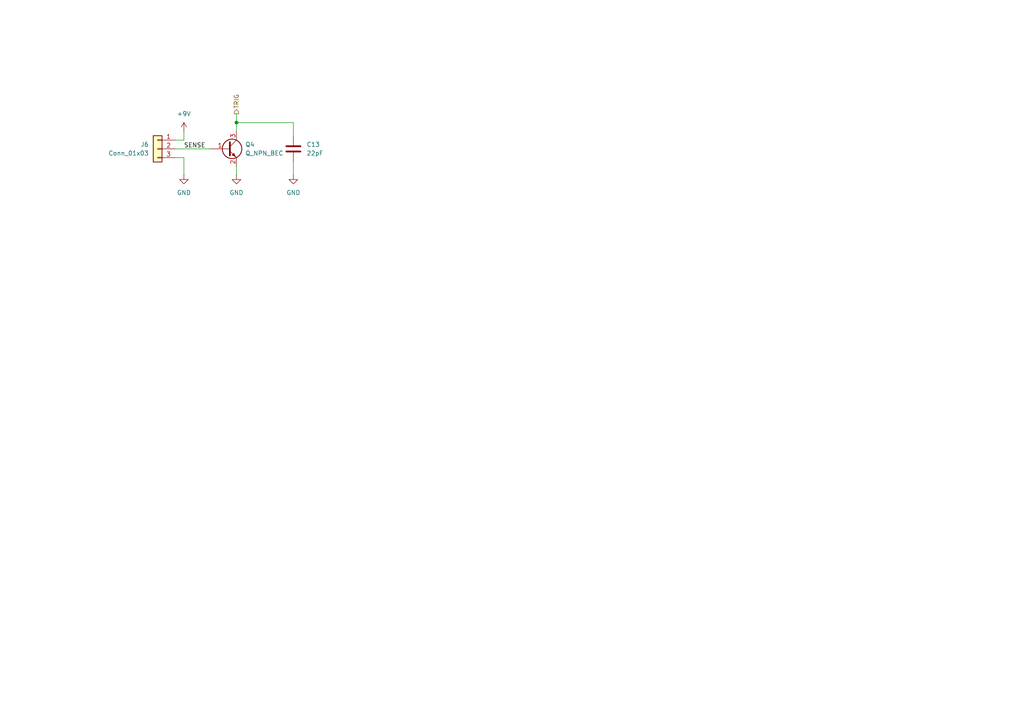
<source format=kicad_sch>
(kicad_sch (version 20231120) (generator "eeschema") (generator_version "8.0")
  (paper "A4")
  (lib_symbols
    (symbol "Connector_Generic:Conn_01x03" (pin_names (offset 1.016) hide)
      (property "Reference" "J" (at 0 5.08 0))
      (property "Value" "Conn_01x03" (at 0 -5.08 0))
      (symbol "Conn_01x03_1_1"
        (rectangle (start -1.27 -2.413) (end 0 -2.667) (stroke (width 0.1524)))
        (rectangle (start -1.27 0.127) (end 0 -0.127) (stroke (width 0.1524)))
        (rectangle (start -1.27 2.667) (end 0 2.413) (stroke (width 0.1524)))
        (rectangle (start -1.27 3.81) (end 1.27 -3.81) (stroke (width 0.254)) (fill (type background)))
        (pin passive line (at -5.08 2.54 0) (length 3.81) (name "Pin_1") (number "1"))
        (pin passive line (at -5.08 0 0) (length 3.81) (name "Pin_2") (number "2"))
        (pin passive line (at -5.08 -2.54 0) (length 3.81) (name "Pin_3") (number "3"))
      )
    )
    (symbol "Device:C" (pin_numbers hide) (pin_names (offset 0.254))
      (property "Reference" "C" (at 0.635 2.54 0))
      (property "Value" "C" (at 0.635 -2.54 0))
      (symbol "C_0_1"
        (polyline (pts (xy -2.032 -0.762) (xy 2.032 -0.762)) (stroke (width 0.508)))
        (polyline (pts (xy -2.032 0.762) (xy 2.032 0.762)) (stroke (width 0.508)))
      )
      (symbol "C_1_1"
        (pin passive line (at 0 3.81 270) (length 2.794) (name "~") (number "1"))
        (pin passive line (at 0 -3.81 90) (length 2.794) (name "~") (number "2"))
      )
    )
    (symbol "Device:Q_NPN_BEC" (pin_names (offset 0) hide)
      (property "Reference" "Q" (at 5.08 1.27 0))
      (property "Value" "Q_NPN_BEC" (at 5.08 -1.27 0))
      (symbol "Q_NPN_BEC_0_1"
        (polyline (pts (xy 0.635 0.635) (xy 2.54 2.54)))
        (polyline (pts (xy 0.635 -0.635) (xy 2.54 -2.54) (xy 2.54 -2.54)))
        (polyline (pts (xy 0.635 1.905) (xy 0.635 -1.905) (xy 0.635 -1.905)) (stroke (width 0.508)))
        (polyline (pts (xy 1.27 -1.778) (xy 1.778 -1.27) (xy 2.286 -2.286) (xy 1.27 -1.778) (xy 1.27 -1.778)) (fill (type outline)))
        (circle (center 1.27 0) (radius 2.8194) (stroke (width 0.254)))
      )
      (symbol "Q_NPN_BEC_1_1"
        (pin input line (at -5.08 0 0) (length 5.715) (name "B") (number "1"))
        (pin passive line (at 2.54 -5.08 90) (length 2.54) (name "E") (number "2"))
        (pin passive line (at 2.54 5.08 270) (length 2.54) (name "C") (number "3"))
      )
    )
    (symbol "power:+9V" (power) (pin_numbers hide) (pin_names (offset 0) hide)
      (property "Value" "+9V" (at 0 3.556 0))
      (symbol "+9V_0_1"
        (polyline (pts (xy -0.762 1.27) (xy 0 2.54)))
        (polyline (pts (xy 0 0) (xy 0 2.54)))
        (polyline (pts (xy 0 2.54) (xy 0.762 1.27)))
      )
      (symbol "+9V_1_1"
        (pin power_in line (at 0 0 90) (length 0) (name "~") (number "1"))
      )
    )
    (symbol "power:GND" (power) (pin_numbers hide) (pin_names (offset 0) hide)
      (property "Value" "GND" (at 0 -3.81 0))
      (symbol "GND_0_1"
        (polyline (pts (xy 0 0) (xy 0 -1.27) (xy 1.27 -1.27) (xy 0 -2.54) (xy -1.27 -1.27) (xy 0 -1.27)))
      )
      (symbol "GND_1_1"
        (pin power_in line (at 0 0 270) (length 0) (name "~") (number "1"))
      )
    )
  )
  (junction (at 68.58 35.56))
  (wire (pts (xy 85.09 35.56) (xy 85.09 39.37)))
  (wire (pts (xy 68.58 35.56) (xy 85.09 35.56)))
  (wire (pts (xy 68.58 35.56) (xy 68.58 38.1)))
  (wire (pts (xy 53.34 45.72) (xy 53.34 50.8)))
  (wire (pts (xy 68.58 33.02) (xy 68.58 35.56)))
  (wire (pts (xy 68.58 48.26) (xy 68.58 50.8)))
  (wire (pts (xy 50.8 45.72) (xy 53.34 45.72)))
  (wire (pts (xy 85.09 46.99) (xy 85.09 50.8)))
  (wire (pts (xy 50.8 43.18) (xy 60.96 43.18)))
  (wire (pts (xy 53.34 38.1) (xy 53.34 40.64)))
  (wire (pts (xy 50.8 40.64) (xy 53.34 40.64)))
  (label "SENSE" (at 53.34 43.18 0))
  (hierarchical_label "TRIG" (shape output) (at 68.58 33.02 90))
  (symbol (lib_id "Device:Q_NPN_BEC") (at 66.04 43.18 0) (unit 1)
    (property "Reference" "Q4" (at 71.12 41.9099 0) (effects (justify left)))
    (property "Value" "Q_NPN_BEC" (at 71.12 44.4499 0) (effects (justify left)))
    (property "Footprint" "Package_TO_SOT_SMD:SOT-23" (effects (hide yes)))
    (property "Description" "NPN transistor, base/emitter/collector" (effects (hide yes)))
    (property "JLCPCB Part #" "C20526" (effects (hide yes)))
    (instances (project "beerometer" (path "" (reference "Q4") (unit 1)) (path "" (reference "Q3") (unit 1)) (path "" (reference "Q6") (unit 1)) (path "" (reference "Q2") (unit 1)) (path "" (reference "Q5") (unit 1)) (path "" (reference "Q1") (unit 1))))
  )
  (symbol (lib_id "power:GND") (at 85.09 50.8 0) (unit 1)
    (property "Reference" "#PWR032" (effects (hide yes)))
    (property "Value" "GND" (at 85.09 55.88 0))
    (property "Description" "Power symbol creates a global label with name \"GND\" , ground" (effects (hide yes)))
    (instances (project "beerometer" (path "" (reference "#PWR032") (unit 1)) (path "" (reference "#PWR028") (unit 1)) (path "" (reference "#PWR040") (unit 1)) (path "" (reference "#PWR024") (unit 1)) (path "" (reference "#PWR036") (unit 1)) (path "" (reference "#PWR020") (unit 1))))
  )
  (symbol (lib_id "Connector_Generic:Conn_01x03") (at 45.72 43.18 0) (mirror y) (unit 1) (in_bom no)
    (property "Reference" "J6" (at 43.18 41.9099 0) (effects (justify left)))
    (property "Value" "Conn_01x03" (at 43.18 44.4499 0) (effects (justify left)))
    (property "Footprint" "Connector_PinHeader_2.54mm:PinHeader_1x03_P2.54mm_Vertical" (effects (hide yes)))
    (property "Description" "Generic connector, single row, 01x03, script generated (kicad-library-utils/schlib/autogen/connector/)" (effects (hide yes)))
    (property "JLCPCB Part #" "C2937625" (effects (hide yes)))
    (instances (project "beerometer" (path "" (reference "J6") (unit 1)) (path "" (reference "J5") (unit 1)) (path "" (reference "J8") (unit 1)) (path "" (reference "J4") (unit 1)) (path "" (reference "J7") (unit 1)) (path "" (reference "J3") (unit 1))))
  )
  (symbol (lib_id "power:GND") (at 53.34 50.8 0) (unit 1)
    (property "Reference" "#PWR030" (effects (hide yes)))
    (property "Value" "GND" (at 53.34 55.88 0))
    (property "Description" "Power symbol creates a global label with name \"GND\" , ground" (effects (hide yes)))
    (instances (project "beerometer" (path "" (reference "#PWR030") (unit 1)) (path "" (reference "#PWR026") (unit 1)) (path "" (reference "#PWR038") (unit 1)) (path "" (reference "#PWR022") (unit 1)) (path "" (reference "#PWR034") (unit 1)) (path "" (reference "#PWR018") (unit 1))))
  )
  (symbol (lib_id "power:GND") (at 68.58 50.8 0) (unit 1)
    (property "Reference" "#PWR031" (effects (hide yes)))
    (property "Value" "GND" (at 68.58 55.88 0))
    (property "Description" "Power symbol creates a global label with name \"GND\" , ground" (effects (hide yes)))
    (instances (project "beerometer" (path "" (reference "#PWR031") (unit 1)) (path "" (reference "#PWR027") (unit 1)) (path "" (reference "#PWR039") (unit 1)) (path "" (reference "#PWR023") (unit 1)) (path "" (reference "#PWR035") (unit 1)) (path "" (reference "#PWR019") (unit 1))))
  )
  (symbol (lib_id "Device:C") (at 85.09 43.18 0) (unit 1)
    (property "Reference" "C13" (at 88.9 41.9099 0) (effects (justify left)))
    (property "Value" "22pF" (at 88.9 44.4499 0) (effects (justify left)))
    (property "Footprint" "Capacitor_SMD:C_0603_1608Metric" (effects (hide yes)))
    (property "Description" "Unpolarized capacitor" (effects (hide yes)))
    (property "JLCPCB Part #" "C1653" (effects (hide yes)))
    (instances (project "beerometer" (path "" (reference "C13") (unit 1)) (path "" (reference "C12") (unit 1)) (path "" (reference "C15") (unit 1)) (path "" (reference "C11") (unit 1)) (path "" (reference "C14") (unit 1)) (path "" (reference "C10") (unit 1))))
  )
  (symbol (lib_id "power:+9V") (at 53.34 38.1 0) (unit 1)
    (property "Reference" "#PWR029" (effects (hide yes)))
    (property "Value" "+9V" (at 53.34 33.02 0))
    (property "Description" "Power symbol creates a global label with name \"+9V\"" (effects (hide yes)))
    (instances (project "beerometer" (path "" (reference "#PWR029") (unit 1)) (path "" (reference "#PWR025") (unit 1)) (path "" (reference "#PWR037") (unit 1)) (path "" (reference "#PWR021") (unit 1)) (path "" (reference "#PWR033") (unit 1)) (path "" (reference "#PWR017") (unit 1))))
  )
)
</source>
